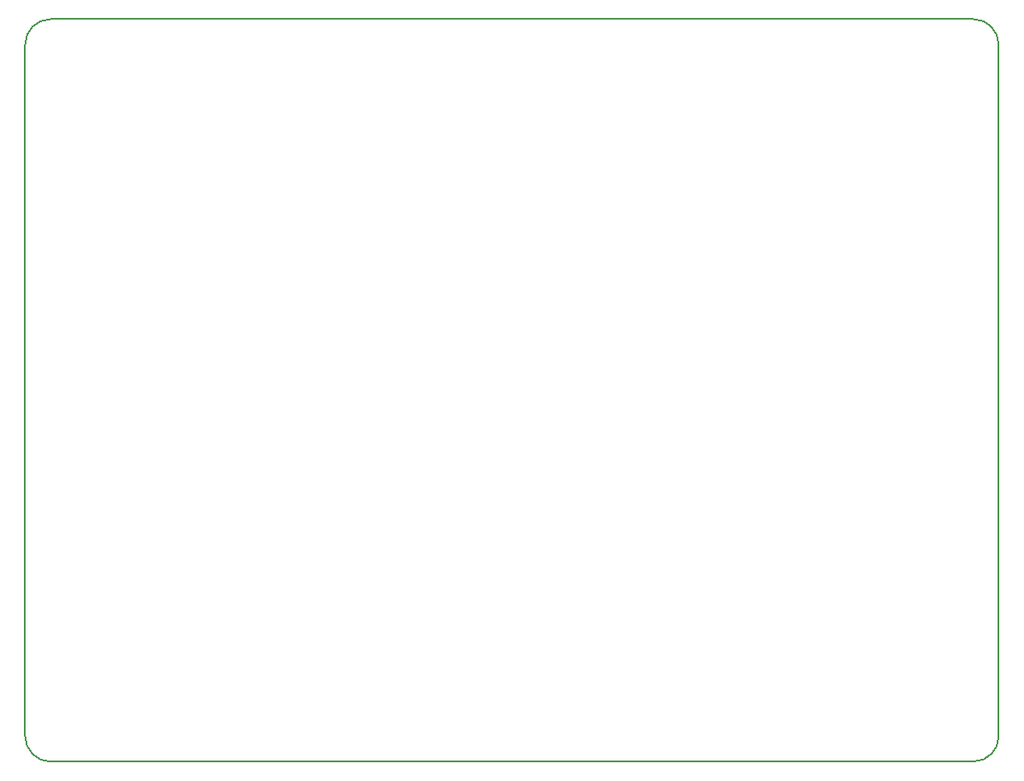
<source format=gbr>
G04 #@! TF.FileFunction,Profile,NP*
%FSLAX46Y46*%
G04 Gerber Fmt 4.6, Leading zero omitted, Abs format (unit mm)*
G04 Created by KiCad (PCBNEW 4.0.7) date *
%MOMM*%
%LPD*%
G01*
G04 APERTURE LIST*
%ADD10C,0.100000*%
%ADD11C,0.150000*%
G04 APERTURE END LIST*
D10*
D11*
X90170000Y-130810000D02*
G75*
G03X92710000Y-133350000I2540000J0D01*
G01*
X184150000Y-133350000D02*
G75*
G03X186690000Y-130810000I0J2540000D01*
G01*
X186690000Y-62230000D02*
G75*
G03X184150000Y-59690000I-2540000J0D01*
G01*
X92710000Y-59690000D02*
G75*
G03X90170000Y-62230000I0J-2540000D01*
G01*
X184150000Y-59690000D02*
X92710000Y-59690000D01*
X90170000Y-130810000D02*
X90170000Y-62230000D01*
X184150000Y-133350000D02*
X92710000Y-133350000D01*
X186690000Y-62230000D02*
X186690000Y-130810000D01*
M02*

</source>
